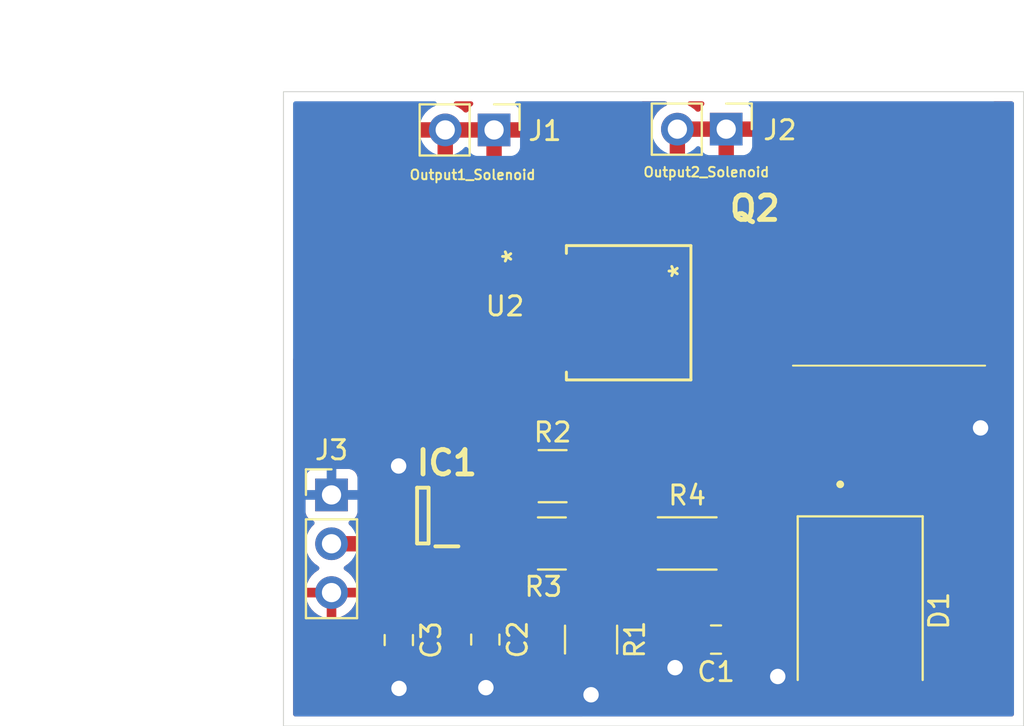
<source format=kicad_pcb>
(kicad_pcb (version 20240108) (generator "pcbnew") (generator_version "8.0")
  (layers (0 "F.Cu" signal) (31 "B.Cu" signal) (34 "B.Paste" user) (35 "F.Paste" user) (36 "B.SilkS" user "B.Silkscreen") (37 "F.SilkS" user "F.Silkscreen") (38 "B.Mask" user) (39 "F.Mask" user) (44 "Edge.Cuts" user))
  (net 0 "")
  (net 1 "/Output1_Solenoid ")
  (net 3 "/15V")
  (net 4 "Net-(IC1-OUTH)")
  (net 5 "/On_Signal 3V")
  (net 6 "Net-(IC1-OUTL)")
  (net 7 "/Output2_Solenoid ")
  (net 8 "Net-(R1-Pad1)")
  (net 9 "GND")
  (net 10 "Net-(D1-K)")
  (footprint "Connector_PinHeader_2.54mm:PinHeader_1x02_P2.54mm_Vertical" (layer "F.Cu") (at 104.53 67.95 -90)
    (property "Reference" "J2" (at 0.05 -2.795 180) (layer "F.SilkS"))
    (property "Value" "Conn_01x02_Pin")
    (fp_line (start -1.33 3.87) (end 1.33 3.87) (stroke (width 0.12)) (layer "F.SilkS"))
    (fp_line (start -1.33 1.27) (end -1.33 3.87) (stroke (width 0.12)) (layer "F.SilkS"))
    (fp_line (start -1.33 1.27) (end 1.33 1.27) (stroke (width 0.12)) (layer "F.SilkS"))
    (fp_line (start 1.33 1.27) (end 1.33 3.87) (stroke (width 0.12)) (layer "F.SilkS"))
    (fp_line (start -1.33 0) (end -1.33 -1.33) (stroke (width 0.12)) (layer "F.SilkS"))
    (fp_line (start -1.33 -1.33) (end 0 -1.33) (stroke (width 0.12)) (layer "F.SilkS"))
    (pad "1" thru_hole rect (at 0 0 270) (size 1.7 1.7) (drill 1) (layers "*.Cu" "*.Mask") (net 7 "/Output2_Solenoid "))
    (pad "2" thru_hole oval (at 0 2.54 270) (size 1.7 1.7) (drill 1) (layers "*.Cu" "*.Mask") (net 7 "/Output2_Solenoid "))
  )
  (footprint "Diode_SMD:D_SMC" (layer "F.Cu") (at 111.5 93 -90)
    (property "Reference" "D1" (at 0 -4.1 90) (layer "F.SilkS"))
    (property "Value" "Diode")
    (fp_line (start -4.91 3.25) (end 3.6 3.25) (stroke (width 0.12)) (layer "F.SilkS"))
    (fp_line (start -4.91 3.25) (end -4.91 -3.25) (stroke (width 0.12)) (layer "F.SilkS"))
    (fp_line (start -4.91 -3.25) (end 3.6 -3.25) (stroke (width 0.12)) (layer "F.SilkS"))
    (pad "1" smd roundrect (at -3.4 0) (size 3.3 2.5) (layers "F.Cu" "F.Paste" "F.Mask") (roundrect_rratio 0.1) (net 10 "Net-(D1-K)"))
    (pad "2" smd roundrect (at 3.4 0) (size 3.3 2.5) (layers "F.Cu" "F.Paste" "F.Mask") (roundrect_rratio 0.1) (net 9 "GND"))
  )
  (footprint "Capacitor_SMD:C_0805_2012Metric_Pad1.18x1.45mm_HandSolder" (layer "F.Cu") (at 104 94.5 180)
    (property "Reference" "C1" (at 0 -1.68 180) (layer "F.SilkS"))
    (property "Value" "0.1u")
    (fp_line (start -0.261252 0.735) (end 0.261252 0.735) (stroke (width 0.12)) (layer "F.SilkS"))
    (fp_line (start -0.261252 -0.735) (end 0.261252 -0.735) (stroke (width 0.12)) (layer "F.SilkS"))
    (pad "1" smd roundrect (at -1.0375 0 180) (size 1.175 1.45) (layers "F.Cu" "F.Paste" "F.Mask") (roundrect_rratio 0.212766) (net 10 "Net-(D1-K)"))
    (pad "2" smd roundrect (at 1.0375 0 180) (size 1.175 1.45) (layers "F.Cu" "F.Paste" "F.Mask") (roundrect_rratio 0.212766) (net 9 "GND"))
  )
  (footprint "Capacitor_SMD:C_0805_2012Metric_Pad1.18x1.45mm_HandSolder" (layer "F.Cu") (at 87.5 94.525 -90)
    (property "Reference" "C3" (at 0 -1.68 -90) (layer "F.SilkS"))
    (property "Value" "1u")
    (fp_line (start -0.261252 0.735) (end 0.261252 0.735) (stroke (width 0.12)) (layer "F.SilkS"))
    (fp_line (start -0.261252 -0.735) (end 0.261252 -0.735) (stroke (width 0.12)) (layer "F.SilkS"))
    (pad "1" smd roundrect (at -1.0375 0 270) (size 1.175 1.45) (layers "F.Cu" "F.Paste" "F.Mask") (roundrect_rratio 0.212766) (net 3 "/15V"))
    (pad "2" smd roundrect (at 1.0375 0 270) (size 1.175 1.45) (layers "F.Cu" "F.Paste" "F.Mask") (roundrect_rratio 0.212766) (net 9 "GND"))
  )
  (footprint "UCC27511DBVR:SOT95P280X145-6N" (layer "F.Cu") (at 88.75 88.05 180)
    (property "Reference" "IC1" (at -1.25 2.74 180) (layer "F.SilkS") (effects (font (size 1.27 1.27) (thickness 0.254))))
    (property "Value" "UCC27511DBVR" (hide yes))
    (fp_line (start 0.3 1.45) (end -0.3 1.45) (stroke (width 0.2)) (layer "F.SilkS"))
    (fp_line (start 0.3 -1.45) (end 0.3 1.45) (stroke (width 0.2)) (layer "F.SilkS"))
    (fp_line (start -0.3 1.45) (end -0.3 -1.45) (stroke (width 0.2)) (layer "F.SilkS"))
    (fp_line (start -0.3 -1.45) (end 0.3 -1.45) (stroke (width 0.2)) (layer "F.SilkS"))
    (fp_line (start -1.85 -1.6) (end -0.65 -1.6) (stroke (width 0.2)) (layer "F.SilkS"))
    (pad "1" smd rect (at -1.25 -0.95 270) (size 0.6 1.2) (layers "F.Cu" "F.Paste" "F.Mask") (net 3 "/15V"))
    (pad "2" smd rect (at -1.25 0 270) (size 0.6 1.2) (layers "F.Cu" "F.Paste" "F.Mask") (net 4 "Net-(IC1-OUTH)"))
    (pad "3" smd rect (at -1.25 0.95 270) (size 0.6 1.2) (layers "F.Cu" "F.Paste" "F.Mask") (net 6 "Net-(IC1-OUTL)"))
    (pad "4" smd rect (at 1.25 0.95 270) (size 0.6 1.2) (layers "F.Cu" "F.Paste" "F.Mask") (net 9 "GND"))
    (pad "5" smd rect (at 1.25 0 270) (size 0.6 1.2) (layers "F.Cu" "F.Paste" "F.Mask") (net 9 "GND"))
    (pad "6" smd rect (at 1.25 -0.95 270) (size 0.6 1.2) (layers "F.Cu" "F.Paste" "F.Mask") (net 5 "/On_Signal 3V"))
  )
  (footprint "Resistor_SMD:R_1210_3225Metric" (layer "F.Cu") (at 97.5 94.5 -90)
    (property "Reference" "R1" (at 0 -2.28 90) (layer "F.SilkS"))
    (property "Value" "10k")
    (fp_line (start -0.723737 1.355) (end 0.723737 1.355) (stroke (width 0.12)) (layer "F.SilkS"))
    (fp_line (start -0.723737 -1.355) (end 0.723737 -1.355) (stroke (width 0.12)) (layer "F.SilkS"))
    (pad "1" smd roundrect (at -1.4625 0 270) (size 1.125 2.65) (layers "F.Cu" "F.Paste" "F.Mask") (roundrect_rratio 0.222222) (net 8 "Net-(R1-Pad1)"))
    (pad "2" smd roundrect (at 1.4625 0 270) (size 1.125 2.65) (layers "F.Cu" "F.Paste" "F.Mask") (roundrect_rratio 0.222222) (net 9 "GND"))
  )
  (footprint "IKB40N65ES5ATMA1 IGBT:BTS141TCBUMA1" (layer "F.Cu") (at 113 78.425)
    (property "Reference" "Q2" (at -6.98 -6.355 0) (layer "F.SilkS") (effects (font (size 1.27 1.27) (thickness 0.254))))
    (property "Value" "IKB40N65ES5ATMA1" (hide yes))
    (fp_line (start -5 1.825) (end 5 1.825) (stroke (width 0.1)) (layer "F.SilkS"))
    (fp_line (start -2.64 8) (end -2.64 8) (stroke (width 0.2)) (layer "F.SilkS"))
    (fp_line (start -2.44 8) (end -2.44 8) (stroke (width 0.2)) (layer "F.SilkS"))
    (fp_arc (start -2.64 8) (mid -2.54 7.9) (end -2.44 8) (stroke (width 0.2)) (layer "F.SilkS"))
    (fp_arc (start -2.44 8) (mid -2.54 8.1) (end -2.64 8) (stroke (width 0.2)) (layer "F.SilkS"))
    (pad "1" smd rect (at -2.54 5.075) (size 1.35 4.6) (layers "F.Cu" "F.Paste" "F.Mask") (net 10 "Net-(D1-K)"))
    (pad "2" smd rect (at 0 -4.075 90) (size 9.4 10.8) (layers "F.Cu" "F.Paste" "F.Mask") (net 7 "/Output2_Solenoid "))
    (pad "3" smd rect (at 2.54 5.075) (size 1.35 4.6) (layers "F.Cu" "F.Paste" "F.Mask") (net 9 "GND"))
  )
  (footprint "VS-5EWH06FN-M3:DPAK_06FN-M3_VIS" (layer "F.Cu") (at 99.4558 77.5 90)
    (property "Reference" "U2" (at 0.34 -6.4358 0) (layer "F.SilkS"))
    (property "Value" "VS-5EWH06FN-M3")
    (fp_line (start 3.4925 -3.2385) (end 3.08864 -3.2385) (stroke (width 0.1524)) (layer "F.SilkS"))
    (fp_line (start -3.08864 -3.2385) (end -3.4925 -3.2385) (stroke (width 0.1524)) (layer "F.SilkS"))
    (fp_line (start -3.4925 -3.2385) (end -3.4925 3.2385) (stroke (width 0.1524)) (layer "F.SilkS"))
    (fp_line (start 3.4925 3.2385) (end 3.4925 -3.2385) (stroke (width 0.1524)) (layer "F.SilkS"))
    (fp_line (start -3.4925 3.2385) (end 3.4925 3.2385) (stroke (width 0.1524)) (layer "F.SilkS"))
    (fp_text user "*" (at 2.93 -6.0158 90) (layer "F.SilkS"))
    (fp_text user "*" (at 2.17 2.6442 90) (layer "F.SilkS"))
    (pad "1" smd rect (at -2.29 5.1435 90) (size 0.9398 2.4892) (layers "F.Cu" "F.Paste" "F.Mask"))
    (pad "2" smd rect (at 0 -1.9558 90) (size 5.5118 5.9182) (layers "F.Cu" "F.Paste" "F.Mask") (net 1 "/Output1_Solenoid "))
    (pad "3" smd rect (at 2.29 5.1435 90) (size 0.9398 2.4892) (layers "F.Cu" "F.Paste" "F.Mask") (net 7 "/Output2_Solenoid "))
  )
  (footprint "Capacitor_SMD:C_0805_2012Metric_Pad1.18x1.45mm_HandSolder" (layer "F.Cu") (at 92 94.5 -90)
    (property "Reference" "C2" (at 0 -1.68 -90) (layer "F.SilkS"))
    (property "Value" "0.1u")
    (fp_line (start -0.261252 0.735) (end 0.261252 0.735) (stroke (width 0.12)) (layer "F.SilkS"))
    (fp_line (start -0.261252 -0.735) (end 0.261252 -0.735) (stroke (width 0.12)) (layer "F.SilkS"))
    (pad "1" smd roundrect (at -1.0375 0 270) (size 1.175 1.45) (layers "F.Cu" "F.Paste" "F.Mask") (roundrect_rratio 0.212766) (net 3 "/15V"))
    (pad "2" smd roundrect (at 1.0375 0 270) (size 1.175 1.45) (layers "F.Cu" "F.Paste" "F.Mask") (roundrect_rratio 0.212766) (net 9 "GND"))
  )
  (footprint "Resistor_SMD:R_1210_3225Metric" (layer "F.Cu") (at 95.4625 89.5)
    (property "Reference" "R3" (at -0.4425 2.25 0) (layer "F.SilkS"))
    (property "Value" "10k")
    (fp_line (start -0.723737 -1.355) (end 0.723737 -1.355) (stroke (width 0.12)) (layer "F.SilkS"))
    (fp_line (start -0.723737 1.355) (end 0.723737 1.355) (stroke (width 0.12)) (layer "F.SilkS"))
    (pad "1" smd roundrect (at -1.4625 0) (size 1.125 2.65) (layers "F.Cu" "F.Paste" "F.Mask") (roundrect_rratio 0.222222) (net 4 "Net-(IC1-OUTH)"))
    (pad "2" smd roundrect (at 1.4625 0) (size 1.125 2.65) (layers "F.Cu" "F.Paste" "F.Mask") (roundrect_rratio 0.222222) (net 8 "Net-(R1-Pad1)"))
  )
  (footprint "Resistor_SMD:R_1210_3225Metric" (layer "F.Cu") (at 95.5 86)
    (property "Reference" "R2" (at 0 -2.28 0) (layer "F.SilkS"))
    (property "Value" "10k")
    (fp_line (start -0.723737 -1.355) (end 0.723737 -1.355) (stroke (width 0.12)) (layer "F.SilkS"))
    (fp_line (start -0.723737 1.355) (end 0.723737 1.355) (stroke (width 0.12)) (layer "F.SilkS"))
    (pad "1" smd roundrect (at -1.4625 0) (size 1.125 2.65) (layers "F.Cu" "F.Paste" "F.Mask") (roundrect_rratio 0.222222) (net 6 "Net-(IC1-OUTL)"))
    (pad "2" smd roundrect (at 1.4625 0) (size 1.125 2.65) (layers "F.Cu" "F.Paste" "F.Mask") (roundrect_rratio 0.222222) (net 8 "Net-(R1-Pad1)"))
  )
  (footprint "Connector_PinHeader_2.54mm:PinHeader_1x02_P2.54mm_Vertical" (layer "F.Cu") (at 92.455 67.99 -90)
    (property "Reference" "J1" (at 0.05 -2.645 180) (layer "F.SilkS"))
    (property "Value" "Conn_01x02_Pin")
    (fp_line (start -1.33 3.87) (end 1.33 3.87) (stroke (width 0.12)) (layer "F.SilkS"))
    (fp_line (start -1.33 1.27) (end -1.33 3.87) (stroke (width 0.12)) (layer "F.SilkS"))
    (fp_line (start -1.33 1.27) (end 1.33 1.27) (stroke (width 0.12)) (layer "F.SilkS"))
    (fp_line (start 1.33 1.27) (end 1.33 3.87) (stroke (width 0.12)) (layer "F.SilkS"))
    (fp_line (start -1.33 0) (end -1.33 -1.33) (stroke (width 0.12)) (layer "F.SilkS"))
    (fp_line (start -1.33 -1.33) (end 0 -1.33) (stroke (width 0.12)) (layer "F.SilkS"))
    (pad "1" thru_hole rect (at 0 0 270) (size 1.7 1.7) (drill 1) (layers "*.Cu" "*.Mask") (net 1 "/Output1_Solenoid "))
    (pad "2" thru_hole oval (at 0 2.54 270) (size 1.7 1.7) (drill 1) (layers "*.Cu" "*.Mask") (net 1 "/Output1_Solenoid "))
  )
  (footprint "Resistor_SMD:R_2010_5025Metric" (layer "F.Cu") (at 102.5 89.5)
    (property "Reference" "R4" (at 0 -2.5 0) (layer "F.SilkS"))
    (property "Value" "100")
    (fp_line (start -1.527064 -1.36) (end 1.527064 -1.36) (stroke (width 0.12)) (layer "F.SilkS"))
    (fp_line (start -1.527064 1.36) (end 1.527064 1.36) (stroke (width 0.12)) (layer "F.SilkS"))
    (pad "1" smd roundrect (at -2.3125 0) (size 1.225 2.65) (layers "F.Cu" "F.Paste" "F.Mask") (roundrect_rratio 0.204082) (net 8 "Net-(R1-Pad1)"))
    (pad "2" smd roundrect (at 2.3125 0) (size 1.225 2.65) (layers "F.Cu" "F.Paste" "F.Mask") (roundrect_rratio 0.204082) (net 10 "Net-(D1-K)"))
  )
  (footprint "Connector_PinHeader_2.54mm:PinHeader_1x03_P2.54mm_Vertical" (layer "F.Cu") (at 84 86.975)
    (property "Reference" "J3" (at 0 -2.33 0) (layer "F.SilkS"))
    (property "Value" "Conn_01x03_Pin")
    (fp_line (start -1.33 -1.33) (end 0 -1.33) (stroke (width 0.12)) (layer "F.SilkS"))
    (fp_line (start -1.33 0) (end -1.33 -1.33) (stroke (width 0.12)) (layer "F.SilkS"))
    (fp_line (start -1.33 1.27) (end -1.33 6.41) (stroke (width 0.12)) (layer "F.SilkS"))
    (fp_line (start -1.33 1.27) (end 1.33 1.27) (stroke (width 0.12)) (layer "F.SilkS"))
    (fp_line (start -1.33 6.41) (end 1.33 6.41) (stroke (width 0.12)) (layer "F.SilkS"))
    (fp_line (start 1.33 1.27) (end 1.33 6.41) (stroke (width 0.12)) (layer "F.SilkS"))
    (pad "1" thru_hole rect (at 0 0) (size 1.7 1.7) (drill 1) (layers "*.Cu" "*.Mask") (net 9 "GND"))
    (pad "2" thru_hole oval (at 0 2.54) (size 1.7 1.7) (drill 1) (layers "*.Cu" "*.Mask") (net 5 "/On_Signal 3V"))
    (pad "3" thru_hole oval (at 0 5.08) (size 1.7 1.7) (drill 1) (layers "*.Cu" "*.Mask") (net 3 "/15V"))
  )
  (gr_rect (start 81.5 66) (end 120 99) (stroke (width 0.05)) (fill none) (layer "Edge.Cuts"))
  (gr_text "Output1_Solenoid" (at 88.01 70.62 0) (layer "F.SilkS") (effects (font (size 0.5 0.5) (thickness 0.1)) (justify left bottom)))
  (gr_text "Output2_Solenoid" (at 100.17 70.48 0) (layer "F.SilkS") (effects (font (size 0.5 0.5) (thickness 0.1)) (justify left bottom)))
  (segment (start 98.735 76.265) (end 97.5 77.5) (width 0.8) (layer "F.Cu") (net 1))
  (segment (start 87.525 93.025) (end 87.5 93.05) (width 0.8) (layer "F.Cu") (net 3))
  (segment (start 90 88.05) (end 92.55 88.05) (width 0.5) (layer "F.Cu") (net 4))
  (segment (start 92.55 88.05) (end 94 89.5) (width 0.5) (layer "F.Cu") (net 4))
  (segment (start 87.035 89.515) (end 87.5 89.05) (width 0.8) (layer "F.Cu") (net 5))
  (segment (start 84 89.515) (end 87.035 89.515) (width 0.8) (layer "F.Cu") (net 5))
  (segment (start 90 87.1) (end 92.9375 87.1) (width 0.8) (layer "F.Cu") (net 6))
  (segment (start 92.9375 87.1) (end 94.0375 86) (width 0.8) (layer "F.Cu") (net 6))
  (segment (start 113 74.35) (end 105.4593 74.35) (width 0.8) (layer "F.Cu") (net 7))
  (segment (start 105.4593 74.35) (end 104.5993 75.21) (width 0.8) (layer "F.Cu") (net 7))
  (segment (start 96.9625 86) (end 96.9625 89.4625) (width 0.8) (layer "F.Cu") (net 8))
  (segment (start 97.5 93.0375) (end 97.5 90.075) (width 0.8) (layer "F.Cu") (net 8))
  (segment (start 96.925 89.5) (end 100.1875 89.5) (width 0.8) (layer "F.Cu") (net 8))
  (segment (start 96.9625 89.4625) (end 96.925 89.5) (width 0.8) (layer "F.Cu") (net 8))
  (segment (start 97.5 90.075) (end 96.925 89.5) (width 0.8) (layer "F.Cu") (net 8))
  (segment (start 102.9625 94.8675) (end 101.87 95.96) (width 1) (layer "F.Cu") (net 9))
  (segment (start 111.1 96.8) (end 111.5 96.4) (width 0.8) (layer "F.Cu") (net 9))
  (segment (start 107.23 96.4) (end 107.21 96.42) (width 0.8) (layer "F.Cu") (net 9))
  (segment (start 91.975 96) (end 92 95.975) (width 0.8) (layer "F.Cu") (net 9))
  (segment (start 92 95.5375) (end 92 96.97) (width 1) (layer "F.Cu") (net 9))
  (segment (start 87.5 95.5625) (end 87.5 97.03) (width 1) (layer "F.Cu") (net 9))
  (segment (start 92 96.97) (end 92.03 97) (width 1) (layer "F.Cu") (net 9))
  (segment (start 111.5 96.4) (end 107.23 96.4) (width 0.8) (layer "F.Cu") (net 9))
  (segment (start 117.75 83.5) (end 117.76 83.49) (width 1) (layer "F.Cu") (net 9))
  (segment (start 87.5 87.1) (end 87.5 85.48) (width 1) (layer "F.Cu") (net 9))
  (segment (start 87.5 97.03) (end 87.51 97.04) (width 1) (layer "F.Cu") (net 9))
  (segment (start 115.54 83.5) (end 117.75 83.5) (width 1) (layer "F.Cu") (net 9))
  (segment (start 102.9625 94.5) (end 102.9625 94.8675) (width 1) (layer "F.Cu") (net 9))
  (segment (start 87.5 85.48) (end 87.49 85.47) (width 1) (layer "F.Cu") (net 9))
  (segment (start 97.5 95.9625) (end 97.5 97.37) (width 0.8) (layer "F.Cu") (net 9))
  (segment (start 97.4875 95.975) (end 97.5 95.9625) (width 0.8) (layer "F.Cu") (net 9))
  (segment (start 87.5 87.1) (end 87.5 87.95) (width 1) (layer "F.Cu") (net 9))
  (via (at 97.5 97.37) (size 1) (drill 0.8) (layers "F.Cu" "B.Cu") (net 9))
  (via (at 87.49 85.47) (size 1) (drill 0.8) (layers "F.Cu" "B.Cu") (net 9))
  (via (at 107.21 96.42) (size 1) (drill 0.8) (layers "F.Cu" "B.Cu") (net 9))
  (via (at 101.87 95.96) (size 1) (drill 0.8) (layers "F.Cu" "B.Cu") (net 9))
  (via (at 92.03 97) (size 1) (drill 0.8) (layers "F.Cu" "B.Cu") (net 9))
  (via (at 117.76 83.49) (size 1) (drill 0.8) (layers "F.Cu" "B.Cu") (net 9))
  (via (at 87.51 97.04) (size 1) (drill 0.8) (layers "F.Cu" "B.Cu") (net 9))
  (segment (start 111.5 89.6) (end 110.54 88.64) (width 0.8) (layer "F.Cu") (net 10))
  (segment (start 111.4 89.5) (end 111.5 89.6) (width 0.8) (layer "F.Cu") (net 10))
  (segment (start 104.8125 89.5) (end 111.4 89.5) (width 0.8) (layer "F.Cu") (net 10))
  (segment (start 105.0375 94.5) (end 105.0375 89.725) (width 0.8) (layer "F.Cu") (net 10))
  (segment (start 105.0375 89.725) (end 104.8125 89.5) (width 0.8) (layer "F.Cu") (net 10))
  (segment (start 110.54 83.58) (end 110.46 83.5) (width 0.8) (layer "F.Cu") (net 10))
  (segment (start 110.54 88.64) (end 110.54 83.58) (width 0.8) (layer "F.Cu") (net 10))
  (zone (net 1) (net_name "/Output1_Solenoid ") (layer "F.Cu") (priority 6) (connect_pads thru_hole_only (clearance 0.5)) (min_thickness 0.8) (fill yes (thermal_gap 0.6) (thermal_bridge_width 0.8) (island_removal_mode 1) (island_area_min 10))
    (polygon (pts (xy 99.72 80.01) (xy 82.74 80.2) (xy 82.72 66.64) (xy 99.6875 66.73)))
  )
  (zone (net 7) (net_name "/Output2_Solenoid ") (layer "F.Cu") (priority 6) (connect_pads thru_hole_only (clearance 0.5)) (min_thickness 0.8) (fill yes (thermal_gap 0.6) (thermal_bridge_width 0.8))
    (polygon (pts (xy 118.47 79.16) (xy 107.73 79.12) (xy 100.44 71.65) (xy 100.38 67.13) (xy 118.46 67.16)))
  )
  (zone (net 3) (net_name "/15V") (layer "F.Cu") (priority 1) (connect_pads (clearance 0.5)) (min_thickness 0.25) (fill yes (thermal_gap 0.5) (thermal_bridge_width 0.5) (island_removal_mode 1) (island_area_min 10))
    (polygon (pts (xy 81.5 99) (xy 120 99) (xy 120 66) (xy 81.5 66)))
  )
  (zone (net 9) (net_name "GND") (layer "B.Cu") (connect_pads (clearance 0.5)) (min_thickness 0.25) (fill yes (thermal_gap 0.5) (thermal_bridge_width 0.5))
    (polygon (pts (xy 120 66) (xy 81.5 66) (xy 81.5 98.5) (xy 120 98.5)))
  )
)
</source>
